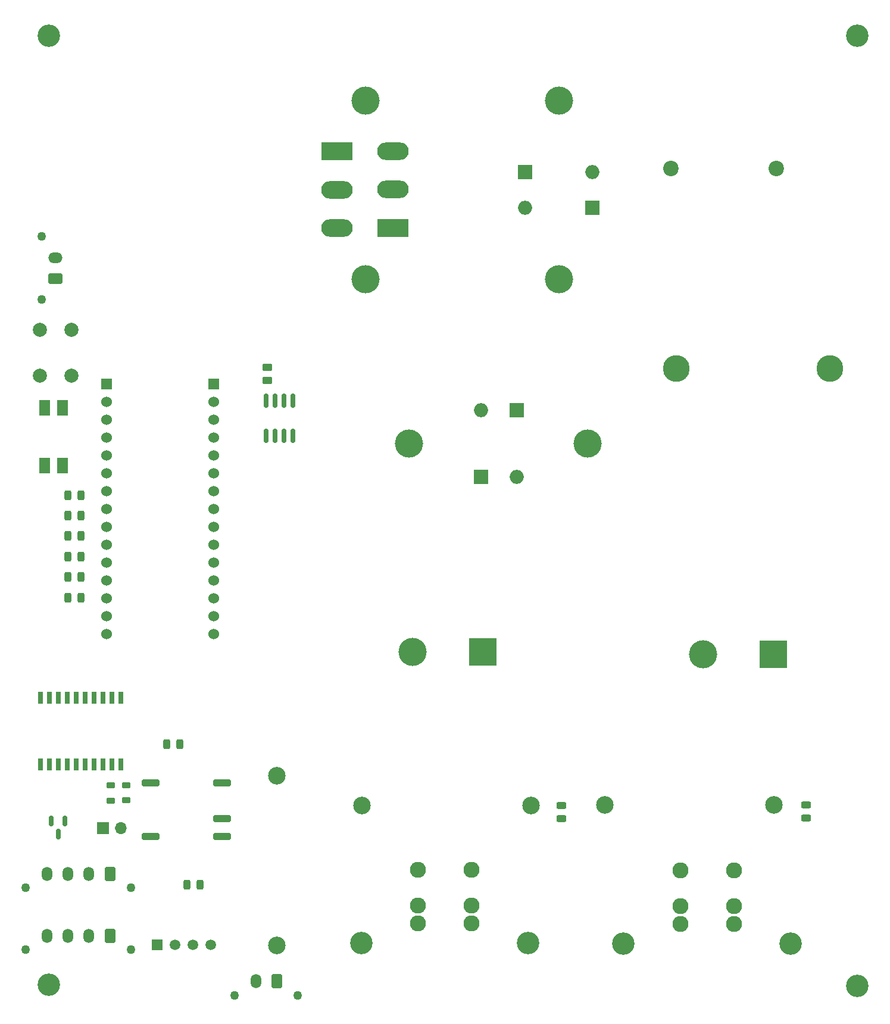
<source format=gbr>
%TF.GenerationSoftware,KiCad,Pcbnew,(6.0.1)*%
%TF.CreationDate,2022-06-06T22:12:22-07:00*%
%TF.ProjectId,MPPT,4d505054-2e6b-4696-9361-645f70636258,3.4.0*%
%TF.SameCoordinates,PX10b1ae8PY9b06478*%
%TF.FileFunction,Soldermask,Top*%
%TF.FilePolarity,Negative*%
%FSLAX46Y46*%
G04 Gerber Fmt 4.6, Leading zero omitted, Abs format (unit mm)*
G04 Created by KiCad (PCBNEW (6.0.1)) date 2022-06-06 22:12:22*
%MOMM*%
%LPD*%
G01*
G04 APERTURE LIST*
G04 Aperture macros list*
%AMRoundRect*
0 Rectangle with rounded corners*
0 $1 Rounding radius*
0 $2 $3 $4 $5 $6 $7 $8 $9 X,Y pos of 4 corners*
0 Add a 4 corners polygon primitive as box body*
4,1,4,$2,$3,$4,$5,$6,$7,$8,$9,$2,$3,0*
0 Add four circle primitives for the rounded corners*
1,1,$1+$1,$2,$3*
1,1,$1+$1,$4,$5*
1,1,$1+$1,$6,$7*
1,1,$1+$1,$8,$9*
0 Add four rect primitives between the rounded corners*
20,1,$1+$1,$2,$3,$4,$5,0*
20,1,$1+$1,$4,$5,$6,$7,0*
20,1,$1+$1,$6,$7,$8,$9,0*
20,1,$1+$1,$8,$9,$2,$3,0*%
G04 Aperture macros list end*
%ADD10C,3.200000*%
%ADD11R,1.530000X1.530000*%
%ADD12C,1.530000*%
%ADD13C,1.270000*%
%ADD14RoundRect,0.250001X0.759999X-0.499999X0.759999X0.499999X-0.759999X0.499999X-0.759999X-0.499999X0*%
%ADD15O,2.020000X1.500000*%
%ADD16C,2.286000*%
%ADD17RoundRect,0.250001X0.499999X0.759999X-0.499999X0.759999X-0.499999X-0.759999X0.499999X-0.759999X0*%
%ADD18O,1.500000X2.020000*%
%ADD19C,2.000000*%
%ADD20C,4.000000*%
%ADD21RoundRect,0.150000X-0.150000X0.587500X-0.150000X-0.587500X0.150000X-0.587500X0.150000X0.587500X0*%
%ADD22R,2.000000X2.000000*%
%ADD23O,2.000000X2.000000*%
%ADD24RoundRect,0.250000X0.450000X-0.262500X0.450000X0.262500X-0.450000X0.262500X-0.450000X-0.262500X0*%
%ADD25C,2.500000*%
%ADD26RoundRect,0.243750X0.243750X0.456250X-0.243750X0.456250X-0.243750X-0.456250X0.243750X-0.456250X0*%
%ADD27R,0.650000X1.800000*%
%ADD28RoundRect,0.218750X0.381250X-0.218750X0.381250X0.218750X-0.381250X0.218750X-0.381250X-0.218750X0*%
%ADD29RoundRect,0.250000X-1.020000X0.250000X-1.020000X-0.250000X1.020000X-0.250000X1.020000X0.250000X0*%
%ADD30R,1.700000X1.700000*%
%ADD31O,1.700000X1.700000*%
%ADD32RoundRect,0.243750X0.456250X-0.243750X0.456250X0.243750X-0.456250X0.243750X-0.456250X-0.243750X0*%
%ADD33C,2.200000*%
%ADD34R,4.000000X4.000000*%
%ADD35R,1.520000X2.160000*%
%ADD36RoundRect,0.243750X-0.243750X-0.456250X0.243750X-0.456250X0.243750X0.456250X-0.243750X0.456250X0*%
%ADD37R,1.508000X1.508000*%
%ADD38C,1.508000*%
%ADD39R,4.500000X2.500000*%
%ADD40O,4.500000X2.500000*%
%ADD41C,3.800000*%
%ADD42RoundRect,0.150000X0.150000X-0.825000X0.150000X0.825000X-0.150000X0.825000X-0.150000X-0.825000X0*%
G04 APERTURE END LIST*
D10*
%TO.C,H103*%
X22500000Y-157470000D03*
%TD*%
%TO.C,H102*%
X137500000Y-22470000D03*
%TD*%
%TO.C,H101*%
X22500000Y-22470000D03*
%TD*%
D11*
%TO.C,U101*%
X30775000Y-71965000D03*
D12*
X30775000Y-74505000D03*
X30775000Y-77045000D03*
X30775000Y-79585000D03*
X30775000Y-82125000D03*
X30775000Y-84665000D03*
X30775000Y-87205000D03*
X30775000Y-89745000D03*
X30775000Y-92285000D03*
X30775000Y-94825000D03*
X30775000Y-97365000D03*
X30775000Y-99905000D03*
X30775000Y-102445000D03*
X30775000Y-104985000D03*
X30775000Y-107525000D03*
X46015000Y-107525000D03*
X46015000Y-104985000D03*
X46015000Y-102445000D03*
X46015000Y-99905000D03*
X46015000Y-97365000D03*
X46015000Y-94825000D03*
X46015000Y-92285000D03*
X46015000Y-89745000D03*
X46015000Y-87205000D03*
X46015000Y-84665000D03*
X46015000Y-82125000D03*
X46015000Y-79585000D03*
X46015000Y-77045000D03*
X46015000Y-74505000D03*
D11*
X46015000Y-71965000D03*
%TD*%
D13*
%TO.C,J101*%
X21495000Y-51020000D03*
X21495000Y-60020000D03*
D14*
X23455000Y-57020000D03*
D15*
X23455000Y-54020000D03*
%TD*%
D10*
%TO.C,J401*%
X127995000Y-151580000D03*
X104255000Y-151580000D03*
D16*
X112315000Y-148780000D03*
X112315000Y-146240000D03*
X112315000Y-141160000D03*
X119935000Y-148780000D03*
X119935000Y-141160000D03*
X119935000Y-146240000D03*
%TD*%
D13*
%TO.C,J602*%
X34235000Y-143640000D03*
X19235000Y-143640000D03*
D17*
X31235000Y-141680000D03*
D18*
X28235000Y-141680000D03*
X25235000Y-141680000D03*
X22235000Y-141680000D03*
%TD*%
D19*
%TO.C,SW101*%
X21220000Y-64300000D03*
X21220000Y-70800000D03*
X25720000Y-70800000D03*
X25720000Y-64300000D03*
%TD*%
D20*
%TO.C,HS403*%
X73785000Y-80475000D03*
X99185000Y-80475000D03*
%TD*%
D21*
%TO.C,U602*%
X24790000Y-134127500D03*
X22890000Y-134127500D03*
X23840000Y-136002500D03*
%TD*%
D22*
%TO.C,D403*%
X89030000Y-75710000D03*
D23*
X83950000Y-75710000D03*
%TD*%
D13*
%TO.C,J601*%
X34230000Y-152440000D03*
X19230000Y-152440000D03*
D17*
X31230000Y-150480000D03*
D18*
X28230000Y-150480000D03*
X25230000Y-150480000D03*
X22230000Y-150480000D03*
%TD*%
D24*
%TO.C,R301*%
X53580000Y-71500000D03*
X53580000Y-69675000D03*
%TD*%
D25*
%TO.C,F201*%
X54992500Y-127750000D03*
X54992500Y-151850000D03*
%TD*%
D22*
%TO.C,D404*%
X83950000Y-85255000D03*
D23*
X89030000Y-85255000D03*
%TD*%
D25*
%TO.C,F402*%
X67045000Y-131955000D03*
X91145000Y-131955000D03*
%TD*%
D20*
%TO.C,HS402*%
X95065000Y-57090000D03*
X95065000Y-31690000D03*
%TD*%
D13*
%TO.C,J201*%
X48955000Y-158920000D03*
X57955000Y-158920000D03*
D17*
X54955000Y-156960000D03*
D18*
X51955000Y-156960000D03*
%TD*%
D22*
%TO.C,R403*%
X99800000Y-46985000D03*
D23*
X99800000Y-41905000D03*
%TD*%
D26*
%TO.C,LED701*%
X27127500Y-87835000D03*
X25252500Y-87835000D03*
%TD*%
%TO.C,LED706*%
X25225000Y-93610000D03*
X27100000Y-93610000D03*
%TD*%
D27*
%TO.C,U601*%
X32790000Y-116617500D03*
X31520000Y-116617500D03*
X30250000Y-116617500D03*
X28980000Y-116617500D03*
X27710000Y-116617500D03*
X26440000Y-116617500D03*
X25170000Y-116617500D03*
X23900000Y-116617500D03*
X22630000Y-116617500D03*
X21360000Y-116617500D03*
X21360000Y-126067500D03*
X22630000Y-126067500D03*
X23900000Y-126067500D03*
X25170000Y-126067500D03*
X26440000Y-126067500D03*
X27710000Y-126067500D03*
X28980000Y-126067500D03*
X30250000Y-126067500D03*
X31520000Y-126067500D03*
X32790000Y-126067500D03*
%TD*%
D28*
%TO.C,L602*%
X33555000Y-131222500D03*
X33555000Y-129097500D03*
%TD*%
D26*
%TO.C,LED705*%
X27112500Y-102440000D03*
X25237500Y-102440000D03*
%TD*%
D28*
%TO.C,L601*%
X31330000Y-131237500D03*
X31330000Y-129112500D03*
%TD*%
D26*
%TO.C,LED703*%
X27112500Y-96565000D03*
X25237500Y-96565000D03*
%TD*%
D29*
%TO.C,U202*%
X47185000Y-136325000D03*
X47185000Y-133785000D03*
X47185000Y-128705000D03*
X37025000Y-128705000D03*
X37025000Y-136325000D03*
%TD*%
D20*
%TO.C,HS401*%
X67530000Y-57085000D03*
X67530000Y-31685000D03*
%TD*%
D30*
%TO.C,JP601*%
X30265000Y-135132500D03*
D31*
X32805000Y-135132500D03*
%TD*%
D32*
%TO.C,LED401*%
X130180000Y-133732500D03*
X130180000Y-131857500D03*
%TD*%
D33*
%TO.C,C401*%
X110975000Y-41325000D03*
X125975000Y-41325000D03*
%TD*%
D34*
%TO.C,CP401*%
X125570000Y-110435000D03*
D20*
X115570000Y-110435000D03*
%TD*%
D35*
%TO.C,SW102*%
X24490000Y-75355000D03*
X21950000Y-75355000D03*
X21950000Y-83615000D03*
X24490000Y-83615000D03*
%TD*%
D26*
%TO.C,LED704*%
X25242500Y-99445000D03*
X27117500Y-99445000D03*
%TD*%
D36*
%TO.C,LED201*%
X42175000Y-143185000D03*
X44050000Y-143185000D03*
%TD*%
D37*
%TO.C,U201*%
X37962500Y-151735000D03*
D38*
X40502500Y-151735000D03*
X43042500Y-151735000D03*
X45582500Y-151735000D03*
%TD*%
D36*
%TO.C,LED202*%
X39287500Y-123235000D03*
X41162500Y-123235000D03*
%TD*%
D39*
%TO.C,Q401*%
X63525000Y-38930000D03*
D40*
X63525000Y-44380000D03*
X63525000Y-49830000D03*
%TD*%
D10*
%TO.C,J402*%
X90715000Y-151515000D03*
X66975000Y-151515000D03*
D16*
X75035000Y-146175000D03*
X75035000Y-148715000D03*
X75035000Y-141095000D03*
X82655000Y-141095000D03*
X82655000Y-148715000D03*
X82655000Y-146175000D03*
%TD*%
D22*
%TO.C,D402*%
X90270000Y-41905000D03*
D23*
X90270000Y-46985000D03*
%TD*%
D39*
%TO.C,Q402*%
X71435000Y-49800000D03*
D40*
X71435000Y-44350000D03*
X71435000Y-38900000D03*
%TD*%
D41*
%TO.C,L401*%
X133590000Y-69795000D03*
X111790000Y-69795000D03*
%TD*%
D32*
%TO.C,LED402*%
X95455000Y-133815000D03*
X95455000Y-131940000D03*
%TD*%
D25*
%TO.C,F401*%
X125670000Y-131874000D03*
X101570000Y-131874000D03*
%TD*%
D42*
%TO.C,U301*%
X53425000Y-79345000D03*
X54695000Y-79345000D03*
X55965000Y-79345000D03*
X57235000Y-79345000D03*
X57235000Y-74395000D03*
X55965000Y-74395000D03*
X54695000Y-74395000D03*
X53425000Y-74395000D03*
%TD*%
D26*
%TO.C,LED702*%
X27117500Y-90730000D03*
X25242500Y-90730000D03*
%TD*%
D34*
%TO.C,CP402*%
X84225000Y-110145000D03*
D20*
X74225000Y-110145000D03*
%TD*%
D10*
%TO.C,H104*%
X137520000Y-157565000D03*
%TD*%
M02*

</source>
